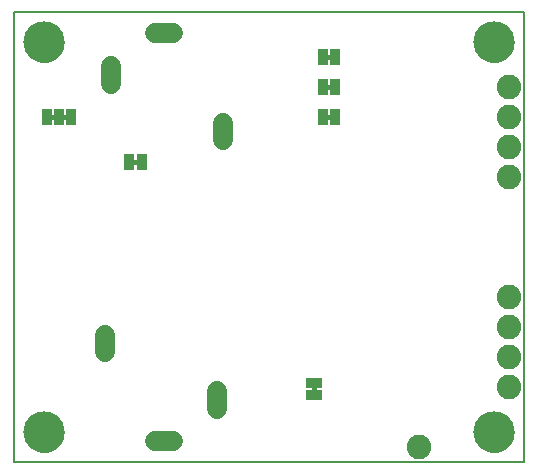
<source format=gbs>
G75*
%MOIN*%
%OFA0B0*%
%FSLAX25Y25*%
%IPPOS*%
%LPD*%
%AMOC8*
5,1,8,0,0,1.08239X$1,22.5*
%
%ADD10C,0.00800*%
%ADD11C,0.00000*%
%ADD12C,0.13800*%
%ADD13R,0.03400X0.05800*%
%ADD14C,0.00500*%
%ADD15R,0.05800X0.03400*%
%ADD16R,0.03300X0.05800*%
%ADD17C,0.08200*%
%ADD18C,0.06706*%
D10*
X0017370Y0015949D02*
X0017370Y0165949D01*
X0187370Y0165949D01*
X0187370Y0015949D01*
X0017370Y0015949D01*
D11*
X0020870Y0025949D02*
X0020872Y0026110D01*
X0020878Y0026270D01*
X0020888Y0026431D01*
X0020902Y0026591D01*
X0020920Y0026751D01*
X0020941Y0026910D01*
X0020967Y0027069D01*
X0020997Y0027227D01*
X0021030Y0027384D01*
X0021068Y0027541D01*
X0021109Y0027696D01*
X0021154Y0027850D01*
X0021203Y0028003D01*
X0021256Y0028155D01*
X0021312Y0028306D01*
X0021373Y0028455D01*
X0021436Y0028603D01*
X0021504Y0028749D01*
X0021575Y0028893D01*
X0021649Y0029035D01*
X0021727Y0029176D01*
X0021809Y0029314D01*
X0021894Y0029451D01*
X0021982Y0029585D01*
X0022074Y0029717D01*
X0022169Y0029847D01*
X0022267Y0029975D01*
X0022368Y0030100D01*
X0022472Y0030222D01*
X0022579Y0030342D01*
X0022689Y0030459D01*
X0022802Y0030574D01*
X0022918Y0030685D01*
X0023037Y0030794D01*
X0023158Y0030899D01*
X0023282Y0031002D01*
X0023408Y0031102D01*
X0023536Y0031198D01*
X0023667Y0031291D01*
X0023801Y0031381D01*
X0023936Y0031468D01*
X0024074Y0031551D01*
X0024213Y0031631D01*
X0024355Y0031707D01*
X0024498Y0031780D01*
X0024643Y0031849D01*
X0024790Y0031915D01*
X0024938Y0031977D01*
X0025088Y0032035D01*
X0025239Y0032090D01*
X0025392Y0032141D01*
X0025546Y0032188D01*
X0025701Y0032231D01*
X0025857Y0032270D01*
X0026013Y0032306D01*
X0026171Y0032337D01*
X0026329Y0032365D01*
X0026488Y0032389D01*
X0026648Y0032409D01*
X0026808Y0032425D01*
X0026968Y0032437D01*
X0027129Y0032445D01*
X0027290Y0032449D01*
X0027450Y0032449D01*
X0027611Y0032445D01*
X0027772Y0032437D01*
X0027932Y0032425D01*
X0028092Y0032409D01*
X0028252Y0032389D01*
X0028411Y0032365D01*
X0028569Y0032337D01*
X0028727Y0032306D01*
X0028883Y0032270D01*
X0029039Y0032231D01*
X0029194Y0032188D01*
X0029348Y0032141D01*
X0029501Y0032090D01*
X0029652Y0032035D01*
X0029802Y0031977D01*
X0029950Y0031915D01*
X0030097Y0031849D01*
X0030242Y0031780D01*
X0030385Y0031707D01*
X0030527Y0031631D01*
X0030666Y0031551D01*
X0030804Y0031468D01*
X0030939Y0031381D01*
X0031073Y0031291D01*
X0031204Y0031198D01*
X0031332Y0031102D01*
X0031458Y0031002D01*
X0031582Y0030899D01*
X0031703Y0030794D01*
X0031822Y0030685D01*
X0031938Y0030574D01*
X0032051Y0030459D01*
X0032161Y0030342D01*
X0032268Y0030222D01*
X0032372Y0030100D01*
X0032473Y0029975D01*
X0032571Y0029847D01*
X0032666Y0029717D01*
X0032758Y0029585D01*
X0032846Y0029451D01*
X0032931Y0029314D01*
X0033013Y0029176D01*
X0033091Y0029035D01*
X0033165Y0028893D01*
X0033236Y0028749D01*
X0033304Y0028603D01*
X0033367Y0028455D01*
X0033428Y0028306D01*
X0033484Y0028155D01*
X0033537Y0028003D01*
X0033586Y0027850D01*
X0033631Y0027696D01*
X0033672Y0027541D01*
X0033710Y0027384D01*
X0033743Y0027227D01*
X0033773Y0027069D01*
X0033799Y0026910D01*
X0033820Y0026751D01*
X0033838Y0026591D01*
X0033852Y0026431D01*
X0033862Y0026270D01*
X0033868Y0026110D01*
X0033870Y0025949D01*
X0033868Y0025788D01*
X0033862Y0025628D01*
X0033852Y0025467D01*
X0033838Y0025307D01*
X0033820Y0025147D01*
X0033799Y0024988D01*
X0033773Y0024829D01*
X0033743Y0024671D01*
X0033710Y0024514D01*
X0033672Y0024357D01*
X0033631Y0024202D01*
X0033586Y0024048D01*
X0033537Y0023895D01*
X0033484Y0023743D01*
X0033428Y0023592D01*
X0033367Y0023443D01*
X0033304Y0023295D01*
X0033236Y0023149D01*
X0033165Y0023005D01*
X0033091Y0022863D01*
X0033013Y0022722D01*
X0032931Y0022584D01*
X0032846Y0022447D01*
X0032758Y0022313D01*
X0032666Y0022181D01*
X0032571Y0022051D01*
X0032473Y0021923D01*
X0032372Y0021798D01*
X0032268Y0021676D01*
X0032161Y0021556D01*
X0032051Y0021439D01*
X0031938Y0021324D01*
X0031822Y0021213D01*
X0031703Y0021104D01*
X0031582Y0020999D01*
X0031458Y0020896D01*
X0031332Y0020796D01*
X0031204Y0020700D01*
X0031073Y0020607D01*
X0030939Y0020517D01*
X0030804Y0020430D01*
X0030666Y0020347D01*
X0030527Y0020267D01*
X0030385Y0020191D01*
X0030242Y0020118D01*
X0030097Y0020049D01*
X0029950Y0019983D01*
X0029802Y0019921D01*
X0029652Y0019863D01*
X0029501Y0019808D01*
X0029348Y0019757D01*
X0029194Y0019710D01*
X0029039Y0019667D01*
X0028883Y0019628D01*
X0028727Y0019592D01*
X0028569Y0019561D01*
X0028411Y0019533D01*
X0028252Y0019509D01*
X0028092Y0019489D01*
X0027932Y0019473D01*
X0027772Y0019461D01*
X0027611Y0019453D01*
X0027450Y0019449D01*
X0027290Y0019449D01*
X0027129Y0019453D01*
X0026968Y0019461D01*
X0026808Y0019473D01*
X0026648Y0019489D01*
X0026488Y0019509D01*
X0026329Y0019533D01*
X0026171Y0019561D01*
X0026013Y0019592D01*
X0025857Y0019628D01*
X0025701Y0019667D01*
X0025546Y0019710D01*
X0025392Y0019757D01*
X0025239Y0019808D01*
X0025088Y0019863D01*
X0024938Y0019921D01*
X0024790Y0019983D01*
X0024643Y0020049D01*
X0024498Y0020118D01*
X0024355Y0020191D01*
X0024213Y0020267D01*
X0024074Y0020347D01*
X0023936Y0020430D01*
X0023801Y0020517D01*
X0023667Y0020607D01*
X0023536Y0020700D01*
X0023408Y0020796D01*
X0023282Y0020896D01*
X0023158Y0020999D01*
X0023037Y0021104D01*
X0022918Y0021213D01*
X0022802Y0021324D01*
X0022689Y0021439D01*
X0022579Y0021556D01*
X0022472Y0021676D01*
X0022368Y0021798D01*
X0022267Y0021923D01*
X0022169Y0022051D01*
X0022074Y0022181D01*
X0021982Y0022313D01*
X0021894Y0022447D01*
X0021809Y0022584D01*
X0021727Y0022722D01*
X0021649Y0022863D01*
X0021575Y0023005D01*
X0021504Y0023149D01*
X0021436Y0023295D01*
X0021373Y0023443D01*
X0021312Y0023592D01*
X0021256Y0023743D01*
X0021203Y0023895D01*
X0021154Y0024048D01*
X0021109Y0024202D01*
X0021068Y0024357D01*
X0021030Y0024514D01*
X0020997Y0024671D01*
X0020967Y0024829D01*
X0020941Y0024988D01*
X0020920Y0025147D01*
X0020902Y0025307D01*
X0020888Y0025467D01*
X0020878Y0025628D01*
X0020872Y0025788D01*
X0020870Y0025949D01*
X0020870Y0155949D02*
X0020872Y0156110D01*
X0020878Y0156270D01*
X0020888Y0156431D01*
X0020902Y0156591D01*
X0020920Y0156751D01*
X0020941Y0156910D01*
X0020967Y0157069D01*
X0020997Y0157227D01*
X0021030Y0157384D01*
X0021068Y0157541D01*
X0021109Y0157696D01*
X0021154Y0157850D01*
X0021203Y0158003D01*
X0021256Y0158155D01*
X0021312Y0158306D01*
X0021373Y0158455D01*
X0021436Y0158603D01*
X0021504Y0158749D01*
X0021575Y0158893D01*
X0021649Y0159035D01*
X0021727Y0159176D01*
X0021809Y0159314D01*
X0021894Y0159451D01*
X0021982Y0159585D01*
X0022074Y0159717D01*
X0022169Y0159847D01*
X0022267Y0159975D01*
X0022368Y0160100D01*
X0022472Y0160222D01*
X0022579Y0160342D01*
X0022689Y0160459D01*
X0022802Y0160574D01*
X0022918Y0160685D01*
X0023037Y0160794D01*
X0023158Y0160899D01*
X0023282Y0161002D01*
X0023408Y0161102D01*
X0023536Y0161198D01*
X0023667Y0161291D01*
X0023801Y0161381D01*
X0023936Y0161468D01*
X0024074Y0161551D01*
X0024213Y0161631D01*
X0024355Y0161707D01*
X0024498Y0161780D01*
X0024643Y0161849D01*
X0024790Y0161915D01*
X0024938Y0161977D01*
X0025088Y0162035D01*
X0025239Y0162090D01*
X0025392Y0162141D01*
X0025546Y0162188D01*
X0025701Y0162231D01*
X0025857Y0162270D01*
X0026013Y0162306D01*
X0026171Y0162337D01*
X0026329Y0162365D01*
X0026488Y0162389D01*
X0026648Y0162409D01*
X0026808Y0162425D01*
X0026968Y0162437D01*
X0027129Y0162445D01*
X0027290Y0162449D01*
X0027450Y0162449D01*
X0027611Y0162445D01*
X0027772Y0162437D01*
X0027932Y0162425D01*
X0028092Y0162409D01*
X0028252Y0162389D01*
X0028411Y0162365D01*
X0028569Y0162337D01*
X0028727Y0162306D01*
X0028883Y0162270D01*
X0029039Y0162231D01*
X0029194Y0162188D01*
X0029348Y0162141D01*
X0029501Y0162090D01*
X0029652Y0162035D01*
X0029802Y0161977D01*
X0029950Y0161915D01*
X0030097Y0161849D01*
X0030242Y0161780D01*
X0030385Y0161707D01*
X0030527Y0161631D01*
X0030666Y0161551D01*
X0030804Y0161468D01*
X0030939Y0161381D01*
X0031073Y0161291D01*
X0031204Y0161198D01*
X0031332Y0161102D01*
X0031458Y0161002D01*
X0031582Y0160899D01*
X0031703Y0160794D01*
X0031822Y0160685D01*
X0031938Y0160574D01*
X0032051Y0160459D01*
X0032161Y0160342D01*
X0032268Y0160222D01*
X0032372Y0160100D01*
X0032473Y0159975D01*
X0032571Y0159847D01*
X0032666Y0159717D01*
X0032758Y0159585D01*
X0032846Y0159451D01*
X0032931Y0159314D01*
X0033013Y0159176D01*
X0033091Y0159035D01*
X0033165Y0158893D01*
X0033236Y0158749D01*
X0033304Y0158603D01*
X0033367Y0158455D01*
X0033428Y0158306D01*
X0033484Y0158155D01*
X0033537Y0158003D01*
X0033586Y0157850D01*
X0033631Y0157696D01*
X0033672Y0157541D01*
X0033710Y0157384D01*
X0033743Y0157227D01*
X0033773Y0157069D01*
X0033799Y0156910D01*
X0033820Y0156751D01*
X0033838Y0156591D01*
X0033852Y0156431D01*
X0033862Y0156270D01*
X0033868Y0156110D01*
X0033870Y0155949D01*
X0033868Y0155788D01*
X0033862Y0155628D01*
X0033852Y0155467D01*
X0033838Y0155307D01*
X0033820Y0155147D01*
X0033799Y0154988D01*
X0033773Y0154829D01*
X0033743Y0154671D01*
X0033710Y0154514D01*
X0033672Y0154357D01*
X0033631Y0154202D01*
X0033586Y0154048D01*
X0033537Y0153895D01*
X0033484Y0153743D01*
X0033428Y0153592D01*
X0033367Y0153443D01*
X0033304Y0153295D01*
X0033236Y0153149D01*
X0033165Y0153005D01*
X0033091Y0152863D01*
X0033013Y0152722D01*
X0032931Y0152584D01*
X0032846Y0152447D01*
X0032758Y0152313D01*
X0032666Y0152181D01*
X0032571Y0152051D01*
X0032473Y0151923D01*
X0032372Y0151798D01*
X0032268Y0151676D01*
X0032161Y0151556D01*
X0032051Y0151439D01*
X0031938Y0151324D01*
X0031822Y0151213D01*
X0031703Y0151104D01*
X0031582Y0150999D01*
X0031458Y0150896D01*
X0031332Y0150796D01*
X0031204Y0150700D01*
X0031073Y0150607D01*
X0030939Y0150517D01*
X0030804Y0150430D01*
X0030666Y0150347D01*
X0030527Y0150267D01*
X0030385Y0150191D01*
X0030242Y0150118D01*
X0030097Y0150049D01*
X0029950Y0149983D01*
X0029802Y0149921D01*
X0029652Y0149863D01*
X0029501Y0149808D01*
X0029348Y0149757D01*
X0029194Y0149710D01*
X0029039Y0149667D01*
X0028883Y0149628D01*
X0028727Y0149592D01*
X0028569Y0149561D01*
X0028411Y0149533D01*
X0028252Y0149509D01*
X0028092Y0149489D01*
X0027932Y0149473D01*
X0027772Y0149461D01*
X0027611Y0149453D01*
X0027450Y0149449D01*
X0027290Y0149449D01*
X0027129Y0149453D01*
X0026968Y0149461D01*
X0026808Y0149473D01*
X0026648Y0149489D01*
X0026488Y0149509D01*
X0026329Y0149533D01*
X0026171Y0149561D01*
X0026013Y0149592D01*
X0025857Y0149628D01*
X0025701Y0149667D01*
X0025546Y0149710D01*
X0025392Y0149757D01*
X0025239Y0149808D01*
X0025088Y0149863D01*
X0024938Y0149921D01*
X0024790Y0149983D01*
X0024643Y0150049D01*
X0024498Y0150118D01*
X0024355Y0150191D01*
X0024213Y0150267D01*
X0024074Y0150347D01*
X0023936Y0150430D01*
X0023801Y0150517D01*
X0023667Y0150607D01*
X0023536Y0150700D01*
X0023408Y0150796D01*
X0023282Y0150896D01*
X0023158Y0150999D01*
X0023037Y0151104D01*
X0022918Y0151213D01*
X0022802Y0151324D01*
X0022689Y0151439D01*
X0022579Y0151556D01*
X0022472Y0151676D01*
X0022368Y0151798D01*
X0022267Y0151923D01*
X0022169Y0152051D01*
X0022074Y0152181D01*
X0021982Y0152313D01*
X0021894Y0152447D01*
X0021809Y0152584D01*
X0021727Y0152722D01*
X0021649Y0152863D01*
X0021575Y0153005D01*
X0021504Y0153149D01*
X0021436Y0153295D01*
X0021373Y0153443D01*
X0021312Y0153592D01*
X0021256Y0153743D01*
X0021203Y0153895D01*
X0021154Y0154048D01*
X0021109Y0154202D01*
X0021068Y0154357D01*
X0021030Y0154514D01*
X0020997Y0154671D01*
X0020967Y0154829D01*
X0020941Y0154988D01*
X0020920Y0155147D01*
X0020902Y0155307D01*
X0020888Y0155467D01*
X0020878Y0155628D01*
X0020872Y0155788D01*
X0020870Y0155949D01*
X0170870Y0155949D02*
X0170872Y0156110D01*
X0170878Y0156270D01*
X0170888Y0156431D01*
X0170902Y0156591D01*
X0170920Y0156751D01*
X0170941Y0156910D01*
X0170967Y0157069D01*
X0170997Y0157227D01*
X0171030Y0157384D01*
X0171068Y0157541D01*
X0171109Y0157696D01*
X0171154Y0157850D01*
X0171203Y0158003D01*
X0171256Y0158155D01*
X0171312Y0158306D01*
X0171373Y0158455D01*
X0171436Y0158603D01*
X0171504Y0158749D01*
X0171575Y0158893D01*
X0171649Y0159035D01*
X0171727Y0159176D01*
X0171809Y0159314D01*
X0171894Y0159451D01*
X0171982Y0159585D01*
X0172074Y0159717D01*
X0172169Y0159847D01*
X0172267Y0159975D01*
X0172368Y0160100D01*
X0172472Y0160222D01*
X0172579Y0160342D01*
X0172689Y0160459D01*
X0172802Y0160574D01*
X0172918Y0160685D01*
X0173037Y0160794D01*
X0173158Y0160899D01*
X0173282Y0161002D01*
X0173408Y0161102D01*
X0173536Y0161198D01*
X0173667Y0161291D01*
X0173801Y0161381D01*
X0173936Y0161468D01*
X0174074Y0161551D01*
X0174213Y0161631D01*
X0174355Y0161707D01*
X0174498Y0161780D01*
X0174643Y0161849D01*
X0174790Y0161915D01*
X0174938Y0161977D01*
X0175088Y0162035D01*
X0175239Y0162090D01*
X0175392Y0162141D01*
X0175546Y0162188D01*
X0175701Y0162231D01*
X0175857Y0162270D01*
X0176013Y0162306D01*
X0176171Y0162337D01*
X0176329Y0162365D01*
X0176488Y0162389D01*
X0176648Y0162409D01*
X0176808Y0162425D01*
X0176968Y0162437D01*
X0177129Y0162445D01*
X0177290Y0162449D01*
X0177450Y0162449D01*
X0177611Y0162445D01*
X0177772Y0162437D01*
X0177932Y0162425D01*
X0178092Y0162409D01*
X0178252Y0162389D01*
X0178411Y0162365D01*
X0178569Y0162337D01*
X0178727Y0162306D01*
X0178883Y0162270D01*
X0179039Y0162231D01*
X0179194Y0162188D01*
X0179348Y0162141D01*
X0179501Y0162090D01*
X0179652Y0162035D01*
X0179802Y0161977D01*
X0179950Y0161915D01*
X0180097Y0161849D01*
X0180242Y0161780D01*
X0180385Y0161707D01*
X0180527Y0161631D01*
X0180666Y0161551D01*
X0180804Y0161468D01*
X0180939Y0161381D01*
X0181073Y0161291D01*
X0181204Y0161198D01*
X0181332Y0161102D01*
X0181458Y0161002D01*
X0181582Y0160899D01*
X0181703Y0160794D01*
X0181822Y0160685D01*
X0181938Y0160574D01*
X0182051Y0160459D01*
X0182161Y0160342D01*
X0182268Y0160222D01*
X0182372Y0160100D01*
X0182473Y0159975D01*
X0182571Y0159847D01*
X0182666Y0159717D01*
X0182758Y0159585D01*
X0182846Y0159451D01*
X0182931Y0159314D01*
X0183013Y0159176D01*
X0183091Y0159035D01*
X0183165Y0158893D01*
X0183236Y0158749D01*
X0183304Y0158603D01*
X0183367Y0158455D01*
X0183428Y0158306D01*
X0183484Y0158155D01*
X0183537Y0158003D01*
X0183586Y0157850D01*
X0183631Y0157696D01*
X0183672Y0157541D01*
X0183710Y0157384D01*
X0183743Y0157227D01*
X0183773Y0157069D01*
X0183799Y0156910D01*
X0183820Y0156751D01*
X0183838Y0156591D01*
X0183852Y0156431D01*
X0183862Y0156270D01*
X0183868Y0156110D01*
X0183870Y0155949D01*
X0183868Y0155788D01*
X0183862Y0155628D01*
X0183852Y0155467D01*
X0183838Y0155307D01*
X0183820Y0155147D01*
X0183799Y0154988D01*
X0183773Y0154829D01*
X0183743Y0154671D01*
X0183710Y0154514D01*
X0183672Y0154357D01*
X0183631Y0154202D01*
X0183586Y0154048D01*
X0183537Y0153895D01*
X0183484Y0153743D01*
X0183428Y0153592D01*
X0183367Y0153443D01*
X0183304Y0153295D01*
X0183236Y0153149D01*
X0183165Y0153005D01*
X0183091Y0152863D01*
X0183013Y0152722D01*
X0182931Y0152584D01*
X0182846Y0152447D01*
X0182758Y0152313D01*
X0182666Y0152181D01*
X0182571Y0152051D01*
X0182473Y0151923D01*
X0182372Y0151798D01*
X0182268Y0151676D01*
X0182161Y0151556D01*
X0182051Y0151439D01*
X0181938Y0151324D01*
X0181822Y0151213D01*
X0181703Y0151104D01*
X0181582Y0150999D01*
X0181458Y0150896D01*
X0181332Y0150796D01*
X0181204Y0150700D01*
X0181073Y0150607D01*
X0180939Y0150517D01*
X0180804Y0150430D01*
X0180666Y0150347D01*
X0180527Y0150267D01*
X0180385Y0150191D01*
X0180242Y0150118D01*
X0180097Y0150049D01*
X0179950Y0149983D01*
X0179802Y0149921D01*
X0179652Y0149863D01*
X0179501Y0149808D01*
X0179348Y0149757D01*
X0179194Y0149710D01*
X0179039Y0149667D01*
X0178883Y0149628D01*
X0178727Y0149592D01*
X0178569Y0149561D01*
X0178411Y0149533D01*
X0178252Y0149509D01*
X0178092Y0149489D01*
X0177932Y0149473D01*
X0177772Y0149461D01*
X0177611Y0149453D01*
X0177450Y0149449D01*
X0177290Y0149449D01*
X0177129Y0149453D01*
X0176968Y0149461D01*
X0176808Y0149473D01*
X0176648Y0149489D01*
X0176488Y0149509D01*
X0176329Y0149533D01*
X0176171Y0149561D01*
X0176013Y0149592D01*
X0175857Y0149628D01*
X0175701Y0149667D01*
X0175546Y0149710D01*
X0175392Y0149757D01*
X0175239Y0149808D01*
X0175088Y0149863D01*
X0174938Y0149921D01*
X0174790Y0149983D01*
X0174643Y0150049D01*
X0174498Y0150118D01*
X0174355Y0150191D01*
X0174213Y0150267D01*
X0174074Y0150347D01*
X0173936Y0150430D01*
X0173801Y0150517D01*
X0173667Y0150607D01*
X0173536Y0150700D01*
X0173408Y0150796D01*
X0173282Y0150896D01*
X0173158Y0150999D01*
X0173037Y0151104D01*
X0172918Y0151213D01*
X0172802Y0151324D01*
X0172689Y0151439D01*
X0172579Y0151556D01*
X0172472Y0151676D01*
X0172368Y0151798D01*
X0172267Y0151923D01*
X0172169Y0152051D01*
X0172074Y0152181D01*
X0171982Y0152313D01*
X0171894Y0152447D01*
X0171809Y0152584D01*
X0171727Y0152722D01*
X0171649Y0152863D01*
X0171575Y0153005D01*
X0171504Y0153149D01*
X0171436Y0153295D01*
X0171373Y0153443D01*
X0171312Y0153592D01*
X0171256Y0153743D01*
X0171203Y0153895D01*
X0171154Y0154048D01*
X0171109Y0154202D01*
X0171068Y0154357D01*
X0171030Y0154514D01*
X0170997Y0154671D01*
X0170967Y0154829D01*
X0170941Y0154988D01*
X0170920Y0155147D01*
X0170902Y0155307D01*
X0170888Y0155467D01*
X0170878Y0155628D01*
X0170872Y0155788D01*
X0170870Y0155949D01*
X0170870Y0025949D02*
X0170872Y0026110D01*
X0170878Y0026270D01*
X0170888Y0026431D01*
X0170902Y0026591D01*
X0170920Y0026751D01*
X0170941Y0026910D01*
X0170967Y0027069D01*
X0170997Y0027227D01*
X0171030Y0027384D01*
X0171068Y0027541D01*
X0171109Y0027696D01*
X0171154Y0027850D01*
X0171203Y0028003D01*
X0171256Y0028155D01*
X0171312Y0028306D01*
X0171373Y0028455D01*
X0171436Y0028603D01*
X0171504Y0028749D01*
X0171575Y0028893D01*
X0171649Y0029035D01*
X0171727Y0029176D01*
X0171809Y0029314D01*
X0171894Y0029451D01*
X0171982Y0029585D01*
X0172074Y0029717D01*
X0172169Y0029847D01*
X0172267Y0029975D01*
X0172368Y0030100D01*
X0172472Y0030222D01*
X0172579Y0030342D01*
X0172689Y0030459D01*
X0172802Y0030574D01*
X0172918Y0030685D01*
X0173037Y0030794D01*
X0173158Y0030899D01*
X0173282Y0031002D01*
X0173408Y0031102D01*
X0173536Y0031198D01*
X0173667Y0031291D01*
X0173801Y0031381D01*
X0173936Y0031468D01*
X0174074Y0031551D01*
X0174213Y0031631D01*
X0174355Y0031707D01*
X0174498Y0031780D01*
X0174643Y0031849D01*
X0174790Y0031915D01*
X0174938Y0031977D01*
X0175088Y0032035D01*
X0175239Y0032090D01*
X0175392Y0032141D01*
X0175546Y0032188D01*
X0175701Y0032231D01*
X0175857Y0032270D01*
X0176013Y0032306D01*
X0176171Y0032337D01*
X0176329Y0032365D01*
X0176488Y0032389D01*
X0176648Y0032409D01*
X0176808Y0032425D01*
X0176968Y0032437D01*
X0177129Y0032445D01*
X0177290Y0032449D01*
X0177450Y0032449D01*
X0177611Y0032445D01*
X0177772Y0032437D01*
X0177932Y0032425D01*
X0178092Y0032409D01*
X0178252Y0032389D01*
X0178411Y0032365D01*
X0178569Y0032337D01*
X0178727Y0032306D01*
X0178883Y0032270D01*
X0179039Y0032231D01*
X0179194Y0032188D01*
X0179348Y0032141D01*
X0179501Y0032090D01*
X0179652Y0032035D01*
X0179802Y0031977D01*
X0179950Y0031915D01*
X0180097Y0031849D01*
X0180242Y0031780D01*
X0180385Y0031707D01*
X0180527Y0031631D01*
X0180666Y0031551D01*
X0180804Y0031468D01*
X0180939Y0031381D01*
X0181073Y0031291D01*
X0181204Y0031198D01*
X0181332Y0031102D01*
X0181458Y0031002D01*
X0181582Y0030899D01*
X0181703Y0030794D01*
X0181822Y0030685D01*
X0181938Y0030574D01*
X0182051Y0030459D01*
X0182161Y0030342D01*
X0182268Y0030222D01*
X0182372Y0030100D01*
X0182473Y0029975D01*
X0182571Y0029847D01*
X0182666Y0029717D01*
X0182758Y0029585D01*
X0182846Y0029451D01*
X0182931Y0029314D01*
X0183013Y0029176D01*
X0183091Y0029035D01*
X0183165Y0028893D01*
X0183236Y0028749D01*
X0183304Y0028603D01*
X0183367Y0028455D01*
X0183428Y0028306D01*
X0183484Y0028155D01*
X0183537Y0028003D01*
X0183586Y0027850D01*
X0183631Y0027696D01*
X0183672Y0027541D01*
X0183710Y0027384D01*
X0183743Y0027227D01*
X0183773Y0027069D01*
X0183799Y0026910D01*
X0183820Y0026751D01*
X0183838Y0026591D01*
X0183852Y0026431D01*
X0183862Y0026270D01*
X0183868Y0026110D01*
X0183870Y0025949D01*
X0183868Y0025788D01*
X0183862Y0025628D01*
X0183852Y0025467D01*
X0183838Y0025307D01*
X0183820Y0025147D01*
X0183799Y0024988D01*
X0183773Y0024829D01*
X0183743Y0024671D01*
X0183710Y0024514D01*
X0183672Y0024357D01*
X0183631Y0024202D01*
X0183586Y0024048D01*
X0183537Y0023895D01*
X0183484Y0023743D01*
X0183428Y0023592D01*
X0183367Y0023443D01*
X0183304Y0023295D01*
X0183236Y0023149D01*
X0183165Y0023005D01*
X0183091Y0022863D01*
X0183013Y0022722D01*
X0182931Y0022584D01*
X0182846Y0022447D01*
X0182758Y0022313D01*
X0182666Y0022181D01*
X0182571Y0022051D01*
X0182473Y0021923D01*
X0182372Y0021798D01*
X0182268Y0021676D01*
X0182161Y0021556D01*
X0182051Y0021439D01*
X0181938Y0021324D01*
X0181822Y0021213D01*
X0181703Y0021104D01*
X0181582Y0020999D01*
X0181458Y0020896D01*
X0181332Y0020796D01*
X0181204Y0020700D01*
X0181073Y0020607D01*
X0180939Y0020517D01*
X0180804Y0020430D01*
X0180666Y0020347D01*
X0180527Y0020267D01*
X0180385Y0020191D01*
X0180242Y0020118D01*
X0180097Y0020049D01*
X0179950Y0019983D01*
X0179802Y0019921D01*
X0179652Y0019863D01*
X0179501Y0019808D01*
X0179348Y0019757D01*
X0179194Y0019710D01*
X0179039Y0019667D01*
X0178883Y0019628D01*
X0178727Y0019592D01*
X0178569Y0019561D01*
X0178411Y0019533D01*
X0178252Y0019509D01*
X0178092Y0019489D01*
X0177932Y0019473D01*
X0177772Y0019461D01*
X0177611Y0019453D01*
X0177450Y0019449D01*
X0177290Y0019449D01*
X0177129Y0019453D01*
X0176968Y0019461D01*
X0176808Y0019473D01*
X0176648Y0019489D01*
X0176488Y0019509D01*
X0176329Y0019533D01*
X0176171Y0019561D01*
X0176013Y0019592D01*
X0175857Y0019628D01*
X0175701Y0019667D01*
X0175546Y0019710D01*
X0175392Y0019757D01*
X0175239Y0019808D01*
X0175088Y0019863D01*
X0174938Y0019921D01*
X0174790Y0019983D01*
X0174643Y0020049D01*
X0174498Y0020118D01*
X0174355Y0020191D01*
X0174213Y0020267D01*
X0174074Y0020347D01*
X0173936Y0020430D01*
X0173801Y0020517D01*
X0173667Y0020607D01*
X0173536Y0020700D01*
X0173408Y0020796D01*
X0173282Y0020896D01*
X0173158Y0020999D01*
X0173037Y0021104D01*
X0172918Y0021213D01*
X0172802Y0021324D01*
X0172689Y0021439D01*
X0172579Y0021556D01*
X0172472Y0021676D01*
X0172368Y0021798D01*
X0172267Y0021923D01*
X0172169Y0022051D01*
X0172074Y0022181D01*
X0171982Y0022313D01*
X0171894Y0022447D01*
X0171809Y0022584D01*
X0171727Y0022722D01*
X0171649Y0022863D01*
X0171575Y0023005D01*
X0171504Y0023149D01*
X0171436Y0023295D01*
X0171373Y0023443D01*
X0171312Y0023592D01*
X0171256Y0023743D01*
X0171203Y0023895D01*
X0171154Y0024048D01*
X0171109Y0024202D01*
X0171068Y0024357D01*
X0171030Y0024514D01*
X0170997Y0024671D01*
X0170967Y0024829D01*
X0170941Y0024988D01*
X0170920Y0025147D01*
X0170902Y0025307D01*
X0170888Y0025467D01*
X0170878Y0025628D01*
X0170872Y0025788D01*
X0170870Y0025949D01*
D12*
X0177370Y0025949D03*
X0177370Y0155949D03*
X0027370Y0155949D03*
X0027370Y0025949D03*
D13*
X0055830Y0115949D03*
X0059930Y0115949D03*
X0036470Y0130949D03*
X0032370Y0130949D03*
X0028270Y0130949D03*
X0120320Y0130949D03*
X0124420Y0130949D03*
X0124420Y0140949D03*
X0120320Y0140949D03*
D14*
X0121620Y0141075D02*
X0123120Y0141075D01*
X0123120Y0141449D02*
X0121620Y0141449D01*
X0121620Y0140449D01*
X0123120Y0140449D01*
X0123120Y0141449D01*
X0123120Y0140577D02*
X0121620Y0140577D01*
X0121620Y0131449D02*
X0121620Y0130449D01*
X0123120Y0130449D01*
X0123120Y0131449D01*
X0121620Y0131449D01*
X0121620Y0131105D02*
X0123120Y0131105D01*
X0123120Y0130606D02*
X0121620Y0130606D01*
X0121620Y0150449D02*
X0121620Y0151449D01*
X0123120Y0151449D01*
X0123120Y0150449D01*
X0121620Y0150449D01*
X0121620Y0150547D02*
X0123120Y0150547D01*
X0123120Y0151045D02*
X0121620Y0151045D01*
X0058630Y0116449D02*
X0058630Y0115449D01*
X0057130Y0115449D01*
X0057130Y0116449D01*
X0058630Y0116449D01*
X0058630Y0116150D02*
X0057130Y0116150D01*
X0057130Y0115651D02*
X0058630Y0115651D01*
X0035120Y0130449D02*
X0035120Y0131449D01*
X0033620Y0131449D01*
X0033620Y0130449D01*
X0035120Y0130449D01*
X0035120Y0130606D02*
X0033620Y0130606D01*
X0033620Y0131105D02*
X0035120Y0131105D01*
X0031120Y0131105D02*
X0029620Y0131105D01*
X0029620Y0131449D02*
X0029620Y0130449D01*
X0031120Y0130449D01*
X0031120Y0131449D01*
X0029620Y0131449D01*
X0029620Y0130606D02*
X0031120Y0130606D01*
X0116870Y0041189D02*
X0116870Y0039689D01*
X0117870Y0039689D01*
X0117870Y0041189D01*
X0116870Y0041189D01*
X0116870Y0040874D02*
X0117870Y0040874D01*
X0117870Y0040376D02*
X0116870Y0040376D01*
X0116870Y0039877D02*
X0117870Y0039877D01*
D15*
X0117370Y0038389D03*
X0117370Y0042489D03*
D16*
X0120370Y0150949D03*
X0124370Y0150949D03*
D17*
X0182370Y0140949D03*
X0182370Y0130949D03*
X0182370Y0120949D03*
X0182370Y0110949D03*
X0182370Y0070949D03*
X0182370Y0060949D03*
X0182370Y0050949D03*
X0182370Y0040949D03*
X0152370Y0020949D03*
D18*
X0085087Y0033776D02*
X0085087Y0039681D01*
X0070323Y0022949D02*
X0064417Y0022949D01*
X0047685Y0052673D02*
X0047685Y0058579D01*
X0087055Y0123319D02*
X0087055Y0129224D01*
X0070323Y0158949D02*
X0064417Y0158949D01*
X0049654Y0148122D02*
X0049654Y0142217D01*
M02*

</source>
